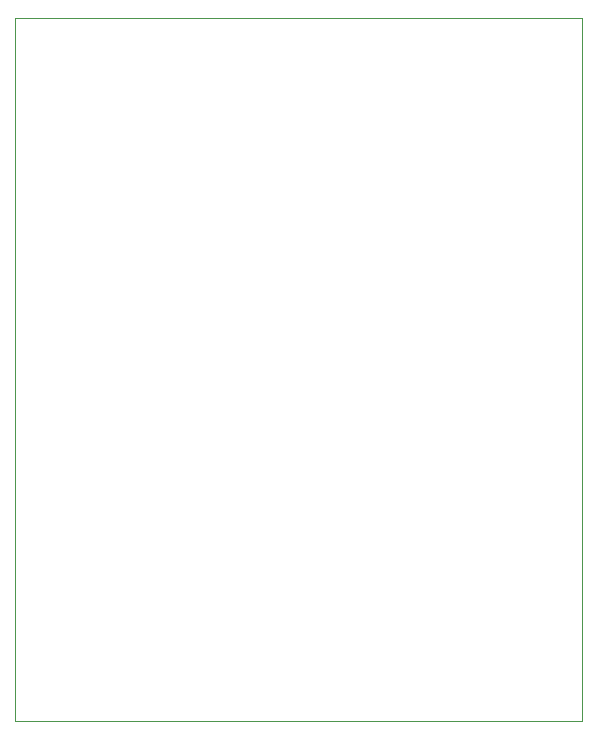
<source format=gbr>
%TF.GenerationSoftware,KiCad,Pcbnew,7.0.5*%
%TF.CreationDate,2023-07-30T11:04:12+02:00*%
%TF.ProjectId,TeensyRPR,5465656e-7379-4525-9052-2e6b69636164,rev?*%
%TF.SameCoordinates,Original*%
%TF.FileFunction,Profile,NP*%
%FSLAX46Y46*%
G04 Gerber Fmt 4.6, Leading zero omitted, Abs format (unit mm)*
G04 Created by KiCad (PCBNEW 7.0.5) date 2023-07-30 11:04:12*
%MOMM*%
%LPD*%
G01*
G04 APERTURE LIST*
%TA.AperFunction,Profile*%
%ADD10C,0.100000*%
%TD*%
G04 APERTURE END LIST*
D10*
X134100000Y-147200000D02*
X134100000Y-87700000D01*
X182100000Y-147200000D02*
X134100000Y-147200000D01*
X134100000Y-87700000D02*
X182100000Y-87700000D01*
X182100000Y-87700000D02*
X182100000Y-147200000D01*
M02*

</source>
